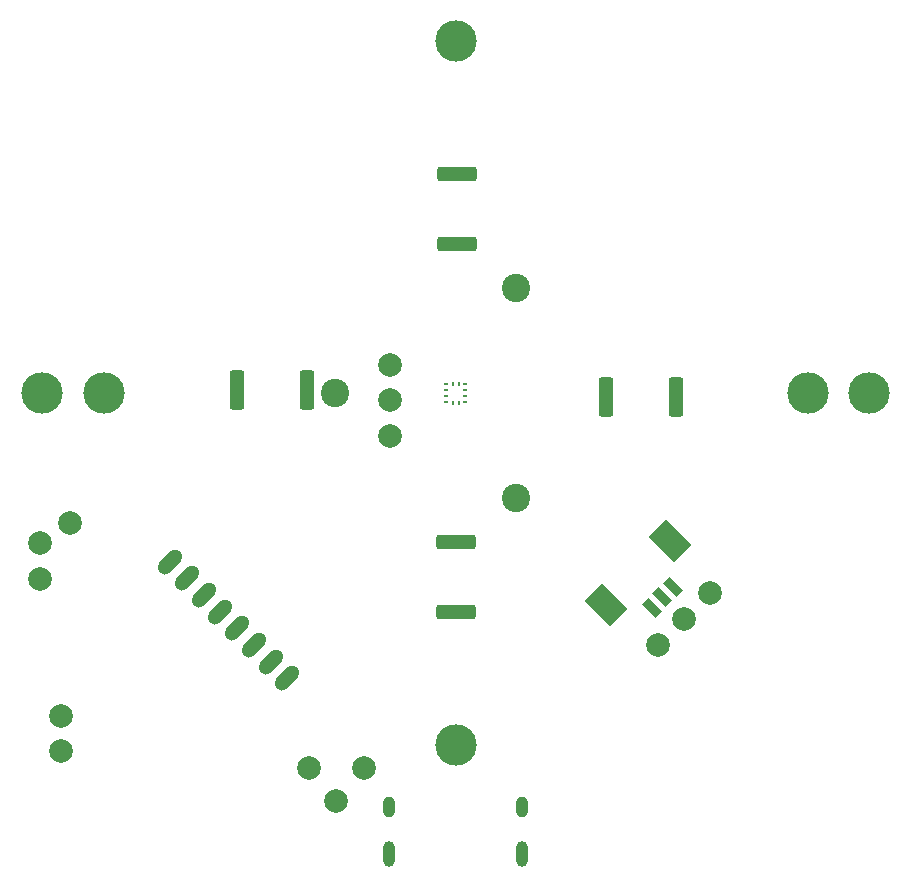
<source format=gbr>
%TF.GenerationSoftware,KiCad,Pcbnew,(6.0.8)*%
%TF.CreationDate,2022-10-28T13:47:00+02:00*%
%TF.ProjectId,view_base,76696577-5f62-4617-9365-2e6b69636164,rev?*%
%TF.SameCoordinates,Original*%
%TF.FileFunction,Soldermask,Bot*%
%TF.FilePolarity,Negative*%
%FSLAX46Y46*%
G04 Gerber Fmt 4.6, Leading zero omitted, Abs format (unit mm)*
G04 Created by KiCad (PCBNEW (6.0.8)) date 2022-10-28 13:47:00*
%MOMM*%
%LPD*%
G01*
G04 APERTURE LIST*
G04 Aperture macros list*
%AMRoundRect*
0 Rectangle with rounded corners*
0 $1 Rounding radius*
0 $2 $3 $4 $5 $6 $7 $8 $9 X,Y pos of 4 corners*
0 Add a 4 corners polygon primitive as box body*
4,1,4,$2,$3,$4,$5,$6,$7,$8,$9,$2,$3,0*
0 Add four circle primitives for the rounded corners*
1,1,$1+$1,$2,$3*
1,1,$1+$1,$4,$5*
1,1,$1+$1,$6,$7*
1,1,$1+$1,$8,$9*
0 Add four rect primitives between the rounded corners*
20,1,$1+$1,$2,$3,$4,$5,0*
20,1,$1+$1,$4,$5,$6,$7,0*
20,1,$1+$1,$6,$7,$8,$9,0*
20,1,$1+$1,$8,$9,$2,$3,0*%
%AMHorizOval*
0 Thick line with rounded ends*
0 $1 width*
0 $2 $3 position (X,Y) of the first rounded end (center of the circle)*
0 $4 $5 position (X,Y) of the second rounded end (center of the circle)*
0 Add line between two ends*
20,1,$1,$2,$3,$4,$5,0*
0 Add two circle primitives to create the rounded ends*
1,1,$1,$2,$3*
1,1,$1,$4,$5*%
%AMRotRect*
0 Rectangle, with rotation*
0 The origin of the aperture is its center*
0 $1 length*
0 $2 width*
0 $3 Rotation angle, in degrees counterclockwise*
0 Add horizontal line*
21,1,$1,$2,0,0,$3*%
G04 Aperture macros list end*
%ADD10R,0.410000X0.280000*%
%ADD11R,0.280000X0.410000*%
%ADD12C,2.000000*%
%ADD13RoundRect,0.250000X0.362500X1.425000X-0.362500X1.425000X-0.362500X-1.425000X0.362500X-1.425000X0*%
%ADD14RoundRect,0.250000X1.425000X-0.362500X1.425000X0.362500X-1.425000X0.362500X-1.425000X-0.362500X0*%
%ADD15RoundRect,0.250000X-0.362500X-1.425000X0.362500X-1.425000X0.362500X1.425000X-0.362500X1.425000X0*%
%ADD16RoundRect,0.250000X-1.425000X0.362500X-1.425000X-0.362500X1.425000X-0.362500X1.425000X0.362500X0*%
%ADD17RotRect,2.100000X2.999999X45.000000*%
%ADD18RotRect,0.800000X1.600000X45.000000*%
%ADD19HorizOval,1.250000X-0.441942X-0.441942X0.441942X0.441942X0*%
%ADD20C,2.400000*%
%ADD21C,3.500000*%
%ADD22O,1.000000X2.200000*%
%ADD23O,1.000000X1.800000*%
G04 APERTURE END LIST*
D10*
%TO.C,IC1*%
X99205000Y-100750000D03*
X99205000Y-100250000D03*
X99205000Y-99750000D03*
X99205000Y-99250000D03*
D11*
X99750000Y-99185000D03*
X100250000Y-99185000D03*
D10*
X100795000Y-99250000D03*
X100795000Y-99750000D03*
X100795000Y-100250000D03*
X100795000Y-100750000D03*
D11*
X100250000Y-100815000D03*
X99750000Y-100815000D03*
%TD*%
D12*
%TO.C,TP4*%
X66600000Y-130300000D03*
%TD*%
%TO.C,TP3*%
X66600000Y-127300000D03*
%TD*%
%TO.C,TP14*%
X94400000Y-97600000D03*
%TD*%
%TO.C,TP13*%
X94400000Y-100600000D03*
%TD*%
%TO.C,TP12*%
X94400000Y-103600000D03*
%TD*%
%TO.C,TP11*%
X67300000Y-111000000D03*
%TD*%
%TO.C,TP10*%
X117100000Y-121300000D03*
%TD*%
%TO.C,TP9*%
X119300000Y-119100000D03*
%TD*%
%TO.C,TP8*%
X121500000Y-116900000D03*
%TD*%
%TO.C,TP7*%
X64800000Y-112700000D03*
%TD*%
%TO.C,TP6*%
X64800000Y-115700000D03*
%TD*%
%TO.C,TP5*%
X89900000Y-134500000D03*
%TD*%
%TO.C,TP2*%
X87600000Y-131700000D03*
%TD*%
%TO.C,TP1*%
X92200000Y-131700000D03*
%TD*%
D13*
%TO.C,R36*%
X112737500Y-100300000D03*
X118662500Y-100300000D03*
%TD*%
D14*
%TO.C,R34*%
X100000000Y-118562500D03*
X100000000Y-112637500D03*
%TD*%
D15*
%TO.C,R32*%
X87362500Y-99700000D03*
X81437500Y-99700000D03*
%TD*%
D16*
%TO.C,R30*%
X100100000Y-87362500D03*
X100100000Y-81437500D03*
%TD*%
D17*
%TO.C,J3*%
X118127387Y-112524151D03*
X112753376Y-117898162D03*
D18*
X118374874Y-116377882D03*
X117490990Y-117261766D03*
X116607107Y-118145649D03*
%TD*%
D19*
%TO.C,J1*%
X85737660Y-124149748D03*
X84323446Y-122735534D03*
X82909233Y-121321321D03*
X81495019Y-119907107D03*
X80080806Y-118492894D03*
X78666592Y-117078680D03*
X77252379Y-115664467D03*
X75838165Y-114250253D03*
%TD*%
D20*
%TO.C,H3*%
X105125427Y-91122500D03*
%TD*%
%TO.C,H1*%
X105125427Y-108877499D03*
%TD*%
%TO.C,H2*%
X89749146Y-100000000D03*
%TD*%
D21*
%TO.C,H4*%
X100000000Y-129800000D03*
%TD*%
%TO.C,H5*%
X70200000Y-100000000D03*
%TD*%
%TO.C,H6*%
X100000000Y-70200000D03*
%TD*%
%TO.C,H7*%
X129800000Y-100000000D03*
%TD*%
D22*
%TO.C,J2*%
X94380000Y-139000000D03*
X105620000Y-139000000D03*
D23*
X105620000Y-135000000D03*
X94380000Y-135000000D03*
%TD*%
D21*
%TO.C,H8*%
X135000000Y-100000000D03*
%TD*%
%TO.C,H9*%
X65000000Y-100000000D03*
%TD*%
M02*

</source>
